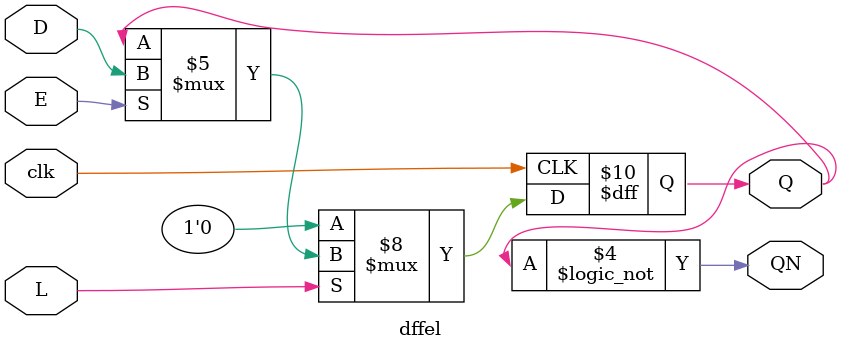
<source format=v>
module dffel(D,clk,E,L,Q,QN);
input D;      
input clk;   
input E;     
input L;      
output reg Q;     
output reg QN; 

always @(posedge clk) 

begin
	if (L == 1'b0) begin // sync. reset active low
            Q <= 1'b0;
	end 
	else if (E == 1'b1) begin
            Q <= D; 
        end
end 

assign QN = !Q;

endmodule 

</source>
